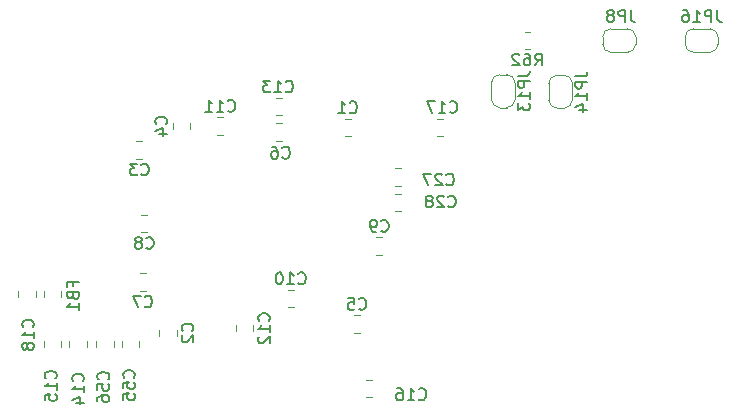
<source format=gbr>
%TF.GenerationSoftware,KiCad,Pcbnew,7.0.2*%
%TF.CreationDate,2023-08-01T13:01:46+02:00*%
%TF.ProjectId,jv_thesis,6a765f74-6865-4736-9973-2e6b69636164,rev?*%
%TF.SameCoordinates,Original*%
%TF.FileFunction,Legend,Bot*%
%TF.FilePolarity,Positive*%
%FSLAX46Y46*%
G04 Gerber Fmt 4.6, Leading zero omitted, Abs format (unit mm)*
G04 Created by KiCad (PCBNEW 7.0.2) date 2023-08-01 13:01:46*
%MOMM*%
%LPD*%
G01*
G04 APERTURE LIST*
%ADD10C,0.150000*%
%ADD11C,0.120000*%
G04 APERTURE END LIST*
D10*
%TO.C,JP13*%
X177602919Y-93767676D02*
X178317204Y-93767676D01*
X178317204Y-93767676D02*
X178460061Y-93720057D01*
X178460061Y-93720057D02*
X178555300Y-93624819D01*
X178555300Y-93624819D02*
X178602919Y-93481962D01*
X178602919Y-93481962D02*
X178602919Y-93386724D01*
X178602919Y-94243867D02*
X177602919Y-94243867D01*
X177602919Y-94243867D02*
X177602919Y-94624819D01*
X177602919Y-94624819D02*
X177650538Y-94720057D01*
X177650538Y-94720057D02*
X177698157Y-94767676D01*
X177698157Y-94767676D02*
X177793395Y-94815295D01*
X177793395Y-94815295D02*
X177936252Y-94815295D01*
X177936252Y-94815295D02*
X178031490Y-94767676D01*
X178031490Y-94767676D02*
X178079109Y-94720057D01*
X178079109Y-94720057D02*
X178126728Y-94624819D01*
X178126728Y-94624819D02*
X178126728Y-94243867D01*
X178602919Y-95767676D02*
X178602919Y-95196248D01*
X178602919Y-95481962D02*
X177602919Y-95481962D01*
X177602919Y-95481962D02*
X177745776Y-95386724D01*
X177745776Y-95386724D02*
X177841014Y-95291486D01*
X177841014Y-95291486D02*
X177888633Y-95196248D01*
X177602919Y-96101010D02*
X177602919Y-96720057D01*
X177602919Y-96720057D02*
X177983871Y-96386724D01*
X177983871Y-96386724D02*
X177983871Y-96529581D01*
X177983871Y-96529581D02*
X178031490Y-96624819D01*
X178031490Y-96624819D02*
X178079109Y-96672438D01*
X178079109Y-96672438D02*
X178174347Y-96720057D01*
X178174347Y-96720057D02*
X178412442Y-96720057D01*
X178412442Y-96720057D02*
X178507680Y-96672438D01*
X178507680Y-96672438D02*
X178555300Y-96624819D01*
X178555300Y-96624819D02*
X178602919Y-96529581D01*
X178602919Y-96529581D02*
X178602919Y-96243867D01*
X178602919Y-96243867D02*
X178555300Y-96148629D01*
X178555300Y-96148629D02*
X178507680Y-96101010D01*
%TO.C,JP8*%
X187135033Y-88225619D02*
X187135033Y-88939904D01*
X187135033Y-88939904D02*
X187182652Y-89082761D01*
X187182652Y-89082761D02*
X187277890Y-89178000D01*
X187277890Y-89178000D02*
X187420747Y-89225619D01*
X187420747Y-89225619D02*
X187515985Y-89225619D01*
X186658842Y-89225619D02*
X186658842Y-88225619D01*
X186658842Y-88225619D02*
X186277890Y-88225619D01*
X186277890Y-88225619D02*
X186182652Y-88273238D01*
X186182652Y-88273238D02*
X186135033Y-88320857D01*
X186135033Y-88320857D02*
X186087414Y-88416095D01*
X186087414Y-88416095D02*
X186087414Y-88558952D01*
X186087414Y-88558952D02*
X186135033Y-88654190D01*
X186135033Y-88654190D02*
X186182652Y-88701809D01*
X186182652Y-88701809D02*
X186277890Y-88749428D01*
X186277890Y-88749428D02*
X186658842Y-88749428D01*
X185515985Y-88654190D02*
X185611223Y-88606571D01*
X185611223Y-88606571D02*
X185658842Y-88558952D01*
X185658842Y-88558952D02*
X185706461Y-88463714D01*
X185706461Y-88463714D02*
X185706461Y-88416095D01*
X185706461Y-88416095D02*
X185658842Y-88320857D01*
X185658842Y-88320857D02*
X185611223Y-88273238D01*
X185611223Y-88273238D02*
X185515985Y-88225619D01*
X185515985Y-88225619D02*
X185325509Y-88225619D01*
X185325509Y-88225619D02*
X185230271Y-88273238D01*
X185230271Y-88273238D02*
X185182652Y-88320857D01*
X185182652Y-88320857D02*
X185135033Y-88416095D01*
X185135033Y-88416095D02*
X185135033Y-88463714D01*
X185135033Y-88463714D02*
X185182652Y-88558952D01*
X185182652Y-88558952D02*
X185230271Y-88606571D01*
X185230271Y-88606571D02*
X185325509Y-88654190D01*
X185325509Y-88654190D02*
X185515985Y-88654190D01*
X185515985Y-88654190D02*
X185611223Y-88701809D01*
X185611223Y-88701809D02*
X185658842Y-88749428D01*
X185658842Y-88749428D02*
X185706461Y-88844666D01*
X185706461Y-88844666D02*
X185706461Y-89035142D01*
X185706461Y-89035142D02*
X185658842Y-89130380D01*
X185658842Y-89130380D02*
X185611223Y-89178000D01*
X185611223Y-89178000D02*
X185515985Y-89225619D01*
X185515985Y-89225619D02*
X185325509Y-89225619D01*
X185325509Y-89225619D02*
X185230271Y-89178000D01*
X185230271Y-89178000D02*
X185182652Y-89130380D01*
X185182652Y-89130380D02*
X185135033Y-89035142D01*
X185135033Y-89035142D02*
X185135033Y-88844666D01*
X185135033Y-88844666D02*
X185182652Y-88749428D01*
X185182652Y-88749428D02*
X185230271Y-88701809D01*
X185230271Y-88701809D02*
X185325509Y-88654190D01*
%TO.C,C8*%
X146111166Y-108346380D02*
X146158785Y-108394000D01*
X146158785Y-108394000D02*
X146301642Y-108441619D01*
X146301642Y-108441619D02*
X146396880Y-108441619D01*
X146396880Y-108441619D02*
X146539737Y-108394000D01*
X146539737Y-108394000D02*
X146634975Y-108298761D01*
X146634975Y-108298761D02*
X146682594Y-108203523D01*
X146682594Y-108203523D02*
X146730213Y-108013047D01*
X146730213Y-108013047D02*
X146730213Y-107870190D01*
X146730213Y-107870190D02*
X146682594Y-107679714D01*
X146682594Y-107679714D02*
X146634975Y-107584476D01*
X146634975Y-107584476D02*
X146539737Y-107489238D01*
X146539737Y-107489238D02*
X146396880Y-107441619D01*
X146396880Y-107441619D02*
X146301642Y-107441619D01*
X146301642Y-107441619D02*
X146158785Y-107489238D01*
X146158785Y-107489238D02*
X146111166Y-107536857D01*
X145539737Y-107870190D02*
X145634975Y-107822571D01*
X145634975Y-107822571D02*
X145682594Y-107774952D01*
X145682594Y-107774952D02*
X145730213Y-107679714D01*
X145730213Y-107679714D02*
X145730213Y-107632095D01*
X145730213Y-107632095D02*
X145682594Y-107536857D01*
X145682594Y-107536857D02*
X145634975Y-107489238D01*
X145634975Y-107489238D02*
X145539737Y-107441619D01*
X145539737Y-107441619D02*
X145349261Y-107441619D01*
X145349261Y-107441619D02*
X145254023Y-107489238D01*
X145254023Y-107489238D02*
X145206404Y-107536857D01*
X145206404Y-107536857D02*
X145158785Y-107632095D01*
X145158785Y-107632095D02*
X145158785Y-107679714D01*
X145158785Y-107679714D02*
X145206404Y-107774952D01*
X145206404Y-107774952D02*
X145254023Y-107822571D01*
X145254023Y-107822571D02*
X145349261Y-107870190D01*
X145349261Y-107870190D02*
X145539737Y-107870190D01*
X145539737Y-107870190D02*
X145634975Y-107917809D01*
X145634975Y-107917809D02*
X145682594Y-107965428D01*
X145682594Y-107965428D02*
X145730213Y-108060666D01*
X145730213Y-108060666D02*
X145730213Y-108251142D01*
X145730213Y-108251142D02*
X145682594Y-108346380D01*
X145682594Y-108346380D02*
X145634975Y-108394000D01*
X145634975Y-108394000D02*
X145539737Y-108441619D01*
X145539737Y-108441619D02*
X145349261Y-108441619D01*
X145349261Y-108441619D02*
X145254023Y-108394000D01*
X145254023Y-108394000D02*
X145206404Y-108346380D01*
X145206404Y-108346380D02*
X145158785Y-108251142D01*
X145158785Y-108251142D02*
X145158785Y-108060666D01*
X145158785Y-108060666D02*
X145206404Y-107965428D01*
X145206404Y-107965428D02*
X145254023Y-107917809D01*
X145254023Y-107917809D02*
X145349261Y-107870190D01*
%TO.C,C5*%
X164123666Y-113495380D02*
X164171285Y-113543000D01*
X164171285Y-113543000D02*
X164314142Y-113590619D01*
X164314142Y-113590619D02*
X164409380Y-113590619D01*
X164409380Y-113590619D02*
X164552237Y-113543000D01*
X164552237Y-113543000D02*
X164647475Y-113447761D01*
X164647475Y-113447761D02*
X164695094Y-113352523D01*
X164695094Y-113352523D02*
X164742713Y-113162047D01*
X164742713Y-113162047D02*
X164742713Y-113019190D01*
X164742713Y-113019190D02*
X164695094Y-112828714D01*
X164695094Y-112828714D02*
X164647475Y-112733476D01*
X164647475Y-112733476D02*
X164552237Y-112638238D01*
X164552237Y-112638238D02*
X164409380Y-112590619D01*
X164409380Y-112590619D02*
X164314142Y-112590619D01*
X164314142Y-112590619D02*
X164171285Y-112638238D01*
X164171285Y-112638238D02*
X164123666Y-112685857D01*
X163218904Y-112590619D02*
X163695094Y-112590619D01*
X163695094Y-112590619D02*
X163742713Y-113066809D01*
X163742713Y-113066809D02*
X163695094Y-113019190D01*
X163695094Y-113019190D02*
X163599856Y-112971571D01*
X163599856Y-112971571D02*
X163361761Y-112971571D01*
X163361761Y-112971571D02*
X163266523Y-113019190D01*
X163266523Y-113019190D02*
X163218904Y-113066809D01*
X163218904Y-113066809D02*
X163171285Y-113162047D01*
X163171285Y-113162047D02*
X163171285Y-113400142D01*
X163171285Y-113400142D02*
X163218904Y-113495380D01*
X163218904Y-113495380D02*
X163266523Y-113543000D01*
X163266523Y-113543000D02*
X163361761Y-113590619D01*
X163361761Y-113590619D02*
X163599856Y-113590619D01*
X163599856Y-113590619D02*
X163695094Y-113543000D01*
X163695094Y-113543000D02*
X163742713Y-113495380D01*
%TO.C,C11*%
X153021357Y-96731380D02*
X153068976Y-96779000D01*
X153068976Y-96779000D02*
X153211833Y-96826619D01*
X153211833Y-96826619D02*
X153307071Y-96826619D01*
X153307071Y-96826619D02*
X153449928Y-96779000D01*
X153449928Y-96779000D02*
X153545166Y-96683761D01*
X153545166Y-96683761D02*
X153592785Y-96588523D01*
X153592785Y-96588523D02*
X153640404Y-96398047D01*
X153640404Y-96398047D02*
X153640404Y-96255190D01*
X153640404Y-96255190D02*
X153592785Y-96064714D01*
X153592785Y-96064714D02*
X153545166Y-95969476D01*
X153545166Y-95969476D02*
X153449928Y-95874238D01*
X153449928Y-95874238D02*
X153307071Y-95826619D01*
X153307071Y-95826619D02*
X153211833Y-95826619D01*
X153211833Y-95826619D02*
X153068976Y-95874238D01*
X153068976Y-95874238D02*
X153021357Y-95921857D01*
X152068976Y-96826619D02*
X152640404Y-96826619D01*
X152354690Y-96826619D02*
X152354690Y-95826619D01*
X152354690Y-95826619D02*
X152449928Y-95969476D01*
X152449928Y-95969476D02*
X152545166Y-96064714D01*
X152545166Y-96064714D02*
X152640404Y-96112333D01*
X151116595Y-96826619D02*
X151688023Y-96826619D01*
X151402309Y-96826619D02*
X151402309Y-95826619D01*
X151402309Y-95826619D02*
X151497547Y-95969476D01*
X151497547Y-95969476D02*
X151592785Y-96064714D01*
X151592785Y-96064714D02*
X151688023Y-96112333D01*
%TO.C,C2*%
X150002380Y-115381833D02*
X150050000Y-115334214D01*
X150050000Y-115334214D02*
X150097619Y-115191357D01*
X150097619Y-115191357D02*
X150097619Y-115096119D01*
X150097619Y-115096119D02*
X150050000Y-114953262D01*
X150050000Y-114953262D02*
X149954761Y-114858024D01*
X149954761Y-114858024D02*
X149859523Y-114810405D01*
X149859523Y-114810405D02*
X149669047Y-114762786D01*
X149669047Y-114762786D02*
X149526190Y-114762786D01*
X149526190Y-114762786D02*
X149335714Y-114810405D01*
X149335714Y-114810405D02*
X149240476Y-114858024D01*
X149240476Y-114858024D02*
X149145238Y-114953262D01*
X149145238Y-114953262D02*
X149097619Y-115096119D01*
X149097619Y-115096119D02*
X149097619Y-115191357D01*
X149097619Y-115191357D02*
X149145238Y-115334214D01*
X149145238Y-115334214D02*
X149192857Y-115381833D01*
X149192857Y-115762786D02*
X149145238Y-115810405D01*
X149145238Y-115810405D02*
X149097619Y-115905643D01*
X149097619Y-115905643D02*
X149097619Y-116143738D01*
X149097619Y-116143738D02*
X149145238Y-116238976D01*
X149145238Y-116238976D02*
X149192857Y-116286595D01*
X149192857Y-116286595D02*
X149288095Y-116334214D01*
X149288095Y-116334214D02*
X149383333Y-116334214D01*
X149383333Y-116334214D02*
X149526190Y-116286595D01*
X149526190Y-116286595D02*
X150097619Y-115715167D01*
X150097619Y-115715167D02*
X150097619Y-116334214D01*
%TO.C,C13*%
X157906857Y-95090380D02*
X157954476Y-95138000D01*
X157954476Y-95138000D02*
X158097333Y-95185619D01*
X158097333Y-95185619D02*
X158192571Y-95185619D01*
X158192571Y-95185619D02*
X158335428Y-95138000D01*
X158335428Y-95138000D02*
X158430666Y-95042761D01*
X158430666Y-95042761D02*
X158478285Y-94947523D01*
X158478285Y-94947523D02*
X158525904Y-94757047D01*
X158525904Y-94757047D02*
X158525904Y-94614190D01*
X158525904Y-94614190D02*
X158478285Y-94423714D01*
X158478285Y-94423714D02*
X158430666Y-94328476D01*
X158430666Y-94328476D02*
X158335428Y-94233238D01*
X158335428Y-94233238D02*
X158192571Y-94185619D01*
X158192571Y-94185619D02*
X158097333Y-94185619D01*
X158097333Y-94185619D02*
X157954476Y-94233238D01*
X157954476Y-94233238D02*
X157906857Y-94280857D01*
X156954476Y-95185619D02*
X157525904Y-95185619D01*
X157240190Y-95185619D02*
X157240190Y-94185619D01*
X157240190Y-94185619D02*
X157335428Y-94328476D01*
X157335428Y-94328476D02*
X157430666Y-94423714D01*
X157430666Y-94423714D02*
X157525904Y-94471333D01*
X156621142Y-94185619D02*
X156002095Y-94185619D01*
X156002095Y-94185619D02*
X156335428Y-94566571D01*
X156335428Y-94566571D02*
X156192571Y-94566571D01*
X156192571Y-94566571D02*
X156097333Y-94614190D01*
X156097333Y-94614190D02*
X156049714Y-94661809D01*
X156049714Y-94661809D02*
X156002095Y-94757047D01*
X156002095Y-94757047D02*
X156002095Y-94995142D01*
X156002095Y-94995142D02*
X156049714Y-95090380D01*
X156049714Y-95090380D02*
X156097333Y-95138000D01*
X156097333Y-95138000D02*
X156192571Y-95185619D01*
X156192571Y-95185619D02*
X156478285Y-95185619D01*
X156478285Y-95185619D02*
X156573523Y-95138000D01*
X156573523Y-95138000D02*
X156621142Y-95090380D01*
%TO.C,C9*%
X166007166Y-106891380D02*
X166054785Y-106939000D01*
X166054785Y-106939000D02*
X166197642Y-106986619D01*
X166197642Y-106986619D02*
X166292880Y-106986619D01*
X166292880Y-106986619D02*
X166435737Y-106939000D01*
X166435737Y-106939000D02*
X166530975Y-106843761D01*
X166530975Y-106843761D02*
X166578594Y-106748523D01*
X166578594Y-106748523D02*
X166626213Y-106558047D01*
X166626213Y-106558047D02*
X166626213Y-106415190D01*
X166626213Y-106415190D02*
X166578594Y-106224714D01*
X166578594Y-106224714D02*
X166530975Y-106129476D01*
X166530975Y-106129476D02*
X166435737Y-106034238D01*
X166435737Y-106034238D02*
X166292880Y-105986619D01*
X166292880Y-105986619D02*
X166197642Y-105986619D01*
X166197642Y-105986619D02*
X166054785Y-106034238D01*
X166054785Y-106034238D02*
X166007166Y-106081857D01*
X165530975Y-106986619D02*
X165340499Y-106986619D01*
X165340499Y-106986619D02*
X165245261Y-106939000D01*
X165245261Y-106939000D02*
X165197642Y-106891380D01*
X165197642Y-106891380D02*
X165102404Y-106748523D01*
X165102404Y-106748523D02*
X165054785Y-106558047D01*
X165054785Y-106558047D02*
X165054785Y-106177095D01*
X165054785Y-106177095D02*
X165102404Y-106081857D01*
X165102404Y-106081857D02*
X165150023Y-106034238D01*
X165150023Y-106034238D02*
X165245261Y-105986619D01*
X165245261Y-105986619D02*
X165435737Y-105986619D01*
X165435737Y-105986619D02*
X165530975Y-106034238D01*
X165530975Y-106034238D02*
X165578594Y-106081857D01*
X165578594Y-106081857D02*
X165626213Y-106177095D01*
X165626213Y-106177095D02*
X165626213Y-106415190D01*
X165626213Y-106415190D02*
X165578594Y-106510428D01*
X165578594Y-106510428D02*
X165530975Y-106558047D01*
X165530975Y-106558047D02*
X165435737Y-106605666D01*
X165435737Y-106605666D02*
X165245261Y-106605666D01*
X165245261Y-106605666D02*
X165150023Y-106558047D01*
X165150023Y-106558047D02*
X165102404Y-106510428D01*
X165102404Y-106510428D02*
X165054785Y-106415190D01*
%TO.C,C27*%
X171529157Y-102977180D02*
X171576776Y-103024800D01*
X171576776Y-103024800D02*
X171719633Y-103072419D01*
X171719633Y-103072419D02*
X171814871Y-103072419D01*
X171814871Y-103072419D02*
X171957728Y-103024800D01*
X171957728Y-103024800D02*
X172052966Y-102929561D01*
X172052966Y-102929561D02*
X172100585Y-102834323D01*
X172100585Y-102834323D02*
X172148204Y-102643847D01*
X172148204Y-102643847D02*
X172148204Y-102500990D01*
X172148204Y-102500990D02*
X172100585Y-102310514D01*
X172100585Y-102310514D02*
X172052966Y-102215276D01*
X172052966Y-102215276D02*
X171957728Y-102120038D01*
X171957728Y-102120038D02*
X171814871Y-102072419D01*
X171814871Y-102072419D02*
X171719633Y-102072419D01*
X171719633Y-102072419D02*
X171576776Y-102120038D01*
X171576776Y-102120038D02*
X171529157Y-102167657D01*
X171148204Y-102167657D02*
X171100585Y-102120038D01*
X171100585Y-102120038D02*
X171005347Y-102072419D01*
X171005347Y-102072419D02*
X170767252Y-102072419D01*
X170767252Y-102072419D02*
X170672014Y-102120038D01*
X170672014Y-102120038D02*
X170624395Y-102167657D01*
X170624395Y-102167657D02*
X170576776Y-102262895D01*
X170576776Y-102262895D02*
X170576776Y-102358133D01*
X170576776Y-102358133D02*
X170624395Y-102500990D01*
X170624395Y-102500990D02*
X171195823Y-103072419D01*
X171195823Y-103072419D02*
X170576776Y-103072419D01*
X170243442Y-102072419D02*
X169576776Y-102072419D01*
X169576776Y-102072419D02*
X170005347Y-103072419D01*
%TO.C,C17*%
X171819057Y-96827780D02*
X171866676Y-96875400D01*
X171866676Y-96875400D02*
X172009533Y-96923019D01*
X172009533Y-96923019D02*
X172104771Y-96923019D01*
X172104771Y-96923019D02*
X172247628Y-96875400D01*
X172247628Y-96875400D02*
X172342866Y-96780161D01*
X172342866Y-96780161D02*
X172390485Y-96684923D01*
X172390485Y-96684923D02*
X172438104Y-96494447D01*
X172438104Y-96494447D02*
X172438104Y-96351590D01*
X172438104Y-96351590D02*
X172390485Y-96161114D01*
X172390485Y-96161114D02*
X172342866Y-96065876D01*
X172342866Y-96065876D02*
X172247628Y-95970638D01*
X172247628Y-95970638D02*
X172104771Y-95923019D01*
X172104771Y-95923019D02*
X172009533Y-95923019D01*
X172009533Y-95923019D02*
X171866676Y-95970638D01*
X171866676Y-95970638D02*
X171819057Y-96018257D01*
X170866676Y-96923019D02*
X171438104Y-96923019D01*
X171152390Y-96923019D02*
X171152390Y-95923019D01*
X171152390Y-95923019D02*
X171247628Y-96065876D01*
X171247628Y-96065876D02*
X171342866Y-96161114D01*
X171342866Y-96161114D02*
X171438104Y-96208733D01*
X170533342Y-95923019D02*
X169866676Y-95923019D01*
X169866676Y-95923019D02*
X170295247Y-96923019D01*
%TO.C,JP16*%
X194439223Y-88225619D02*
X194439223Y-88939904D01*
X194439223Y-88939904D02*
X194486842Y-89082761D01*
X194486842Y-89082761D02*
X194582080Y-89178000D01*
X194582080Y-89178000D02*
X194724937Y-89225619D01*
X194724937Y-89225619D02*
X194820175Y-89225619D01*
X193963032Y-89225619D02*
X193963032Y-88225619D01*
X193963032Y-88225619D02*
X193582080Y-88225619D01*
X193582080Y-88225619D02*
X193486842Y-88273238D01*
X193486842Y-88273238D02*
X193439223Y-88320857D01*
X193439223Y-88320857D02*
X193391604Y-88416095D01*
X193391604Y-88416095D02*
X193391604Y-88558952D01*
X193391604Y-88558952D02*
X193439223Y-88654190D01*
X193439223Y-88654190D02*
X193486842Y-88701809D01*
X193486842Y-88701809D02*
X193582080Y-88749428D01*
X193582080Y-88749428D02*
X193963032Y-88749428D01*
X192439223Y-89225619D02*
X193010651Y-89225619D01*
X192724937Y-89225619D02*
X192724937Y-88225619D01*
X192724937Y-88225619D02*
X192820175Y-88368476D01*
X192820175Y-88368476D02*
X192915413Y-88463714D01*
X192915413Y-88463714D02*
X193010651Y-88511333D01*
X191582080Y-88225619D02*
X191772556Y-88225619D01*
X191772556Y-88225619D02*
X191867794Y-88273238D01*
X191867794Y-88273238D02*
X191915413Y-88320857D01*
X191915413Y-88320857D02*
X192010651Y-88463714D01*
X192010651Y-88463714D02*
X192058270Y-88654190D01*
X192058270Y-88654190D02*
X192058270Y-89035142D01*
X192058270Y-89035142D02*
X192010651Y-89130380D01*
X192010651Y-89130380D02*
X191963032Y-89178000D01*
X191963032Y-89178000D02*
X191867794Y-89225619D01*
X191867794Y-89225619D02*
X191677318Y-89225619D01*
X191677318Y-89225619D02*
X191582080Y-89178000D01*
X191582080Y-89178000D02*
X191534461Y-89130380D01*
X191534461Y-89130380D02*
X191486842Y-89035142D01*
X191486842Y-89035142D02*
X191486842Y-88797047D01*
X191486842Y-88797047D02*
X191534461Y-88701809D01*
X191534461Y-88701809D02*
X191582080Y-88654190D01*
X191582080Y-88654190D02*
X191677318Y-88606571D01*
X191677318Y-88606571D02*
X191867794Y-88606571D01*
X191867794Y-88606571D02*
X191963032Y-88654190D01*
X191963032Y-88654190D02*
X192010651Y-88701809D01*
X192010651Y-88701809D02*
X192058270Y-88797047D01*
%TO.C,FB1*%
X139892809Y-111561666D02*
X139892809Y-111228333D01*
X140416619Y-111228333D02*
X139416619Y-111228333D01*
X139416619Y-111228333D02*
X139416619Y-111704523D01*
X139892809Y-112418809D02*
X139940428Y-112561666D01*
X139940428Y-112561666D02*
X139988047Y-112609285D01*
X139988047Y-112609285D02*
X140083285Y-112656904D01*
X140083285Y-112656904D02*
X140226142Y-112656904D01*
X140226142Y-112656904D02*
X140321380Y-112609285D01*
X140321380Y-112609285D02*
X140369000Y-112561666D01*
X140369000Y-112561666D02*
X140416619Y-112466428D01*
X140416619Y-112466428D02*
X140416619Y-112085476D01*
X140416619Y-112085476D02*
X139416619Y-112085476D01*
X139416619Y-112085476D02*
X139416619Y-112418809D01*
X139416619Y-112418809D02*
X139464238Y-112514047D01*
X139464238Y-112514047D02*
X139511857Y-112561666D01*
X139511857Y-112561666D02*
X139607095Y-112609285D01*
X139607095Y-112609285D02*
X139702333Y-112609285D01*
X139702333Y-112609285D02*
X139797571Y-112561666D01*
X139797571Y-112561666D02*
X139845190Y-112514047D01*
X139845190Y-112514047D02*
X139892809Y-112418809D01*
X139892809Y-112418809D02*
X139892809Y-112085476D01*
X140416619Y-113609285D02*
X140416619Y-113037857D01*
X140416619Y-113323571D02*
X139416619Y-113323571D01*
X139416619Y-113323571D02*
X139559476Y-113228333D01*
X139559476Y-113228333D02*
X139654714Y-113133095D01*
X139654714Y-113133095D02*
X139702333Y-113037857D01*
%TO.C,C7*%
X145984166Y-113299380D02*
X146031785Y-113347000D01*
X146031785Y-113347000D02*
X146174642Y-113394619D01*
X146174642Y-113394619D02*
X146269880Y-113394619D01*
X146269880Y-113394619D02*
X146412737Y-113347000D01*
X146412737Y-113347000D02*
X146507975Y-113251761D01*
X146507975Y-113251761D02*
X146555594Y-113156523D01*
X146555594Y-113156523D02*
X146603213Y-112966047D01*
X146603213Y-112966047D02*
X146603213Y-112823190D01*
X146603213Y-112823190D02*
X146555594Y-112632714D01*
X146555594Y-112632714D02*
X146507975Y-112537476D01*
X146507975Y-112537476D02*
X146412737Y-112442238D01*
X146412737Y-112442238D02*
X146269880Y-112394619D01*
X146269880Y-112394619D02*
X146174642Y-112394619D01*
X146174642Y-112394619D02*
X146031785Y-112442238D01*
X146031785Y-112442238D02*
X145984166Y-112489857D01*
X145650832Y-112394619D02*
X144984166Y-112394619D01*
X144984166Y-112394619D02*
X145412737Y-113394619D01*
%TO.C,C6*%
X157646666Y-100697380D02*
X157694285Y-100745000D01*
X157694285Y-100745000D02*
X157837142Y-100792619D01*
X157837142Y-100792619D02*
X157932380Y-100792619D01*
X157932380Y-100792619D02*
X158075237Y-100745000D01*
X158075237Y-100745000D02*
X158170475Y-100649761D01*
X158170475Y-100649761D02*
X158218094Y-100554523D01*
X158218094Y-100554523D02*
X158265713Y-100364047D01*
X158265713Y-100364047D02*
X158265713Y-100221190D01*
X158265713Y-100221190D02*
X158218094Y-100030714D01*
X158218094Y-100030714D02*
X158170475Y-99935476D01*
X158170475Y-99935476D02*
X158075237Y-99840238D01*
X158075237Y-99840238D02*
X157932380Y-99792619D01*
X157932380Y-99792619D02*
X157837142Y-99792619D01*
X157837142Y-99792619D02*
X157694285Y-99840238D01*
X157694285Y-99840238D02*
X157646666Y-99887857D01*
X156789523Y-99792619D02*
X156979999Y-99792619D01*
X156979999Y-99792619D02*
X157075237Y-99840238D01*
X157075237Y-99840238D02*
X157122856Y-99887857D01*
X157122856Y-99887857D02*
X157218094Y-100030714D01*
X157218094Y-100030714D02*
X157265713Y-100221190D01*
X157265713Y-100221190D02*
X157265713Y-100602142D01*
X157265713Y-100602142D02*
X157218094Y-100697380D01*
X157218094Y-100697380D02*
X157170475Y-100745000D01*
X157170475Y-100745000D02*
X157075237Y-100792619D01*
X157075237Y-100792619D02*
X156884761Y-100792619D01*
X156884761Y-100792619D02*
X156789523Y-100745000D01*
X156789523Y-100745000D02*
X156741904Y-100697380D01*
X156741904Y-100697380D02*
X156694285Y-100602142D01*
X156694285Y-100602142D02*
X156694285Y-100364047D01*
X156694285Y-100364047D02*
X156741904Y-100268809D01*
X156741904Y-100268809D02*
X156789523Y-100221190D01*
X156789523Y-100221190D02*
X156884761Y-100173571D01*
X156884761Y-100173571D02*
X157075237Y-100173571D01*
X157075237Y-100173571D02*
X157170475Y-100221190D01*
X157170475Y-100221190D02*
X157218094Y-100268809D01*
X157218094Y-100268809D02*
X157265713Y-100364047D01*
%TO.C,C15*%
X138423380Y-119397642D02*
X138471000Y-119350023D01*
X138471000Y-119350023D02*
X138518619Y-119207166D01*
X138518619Y-119207166D02*
X138518619Y-119111928D01*
X138518619Y-119111928D02*
X138471000Y-118969071D01*
X138471000Y-118969071D02*
X138375761Y-118873833D01*
X138375761Y-118873833D02*
X138280523Y-118826214D01*
X138280523Y-118826214D02*
X138090047Y-118778595D01*
X138090047Y-118778595D02*
X137947190Y-118778595D01*
X137947190Y-118778595D02*
X137756714Y-118826214D01*
X137756714Y-118826214D02*
X137661476Y-118873833D01*
X137661476Y-118873833D02*
X137566238Y-118969071D01*
X137566238Y-118969071D02*
X137518619Y-119111928D01*
X137518619Y-119111928D02*
X137518619Y-119207166D01*
X137518619Y-119207166D02*
X137566238Y-119350023D01*
X137566238Y-119350023D02*
X137613857Y-119397642D01*
X138518619Y-120350023D02*
X138518619Y-119778595D01*
X138518619Y-120064309D02*
X137518619Y-120064309D01*
X137518619Y-120064309D02*
X137661476Y-119969071D01*
X137661476Y-119969071D02*
X137756714Y-119873833D01*
X137756714Y-119873833D02*
X137804333Y-119778595D01*
X137518619Y-121254785D02*
X137518619Y-120778595D01*
X137518619Y-120778595D02*
X137994809Y-120730976D01*
X137994809Y-120730976D02*
X137947190Y-120778595D01*
X137947190Y-120778595D02*
X137899571Y-120873833D01*
X137899571Y-120873833D02*
X137899571Y-121111928D01*
X137899571Y-121111928D02*
X137947190Y-121207166D01*
X137947190Y-121207166D02*
X137994809Y-121254785D01*
X137994809Y-121254785D02*
X138090047Y-121302404D01*
X138090047Y-121302404D02*
X138328142Y-121302404D01*
X138328142Y-121302404D02*
X138423380Y-121254785D01*
X138423380Y-121254785D02*
X138471000Y-121207166D01*
X138471000Y-121207166D02*
X138518619Y-121111928D01*
X138518619Y-121111928D02*
X138518619Y-120873833D01*
X138518619Y-120873833D02*
X138471000Y-120778595D01*
X138471000Y-120778595D02*
X138423380Y-120730976D01*
%TO.C,C28*%
X171684057Y-104830780D02*
X171731676Y-104878400D01*
X171731676Y-104878400D02*
X171874533Y-104926019D01*
X171874533Y-104926019D02*
X171969771Y-104926019D01*
X171969771Y-104926019D02*
X172112628Y-104878400D01*
X172112628Y-104878400D02*
X172207866Y-104783161D01*
X172207866Y-104783161D02*
X172255485Y-104687923D01*
X172255485Y-104687923D02*
X172303104Y-104497447D01*
X172303104Y-104497447D02*
X172303104Y-104354590D01*
X172303104Y-104354590D02*
X172255485Y-104164114D01*
X172255485Y-104164114D02*
X172207866Y-104068876D01*
X172207866Y-104068876D02*
X172112628Y-103973638D01*
X172112628Y-103973638D02*
X171969771Y-103926019D01*
X171969771Y-103926019D02*
X171874533Y-103926019D01*
X171874533Y-103926019D02*
X171731676Y-103973638D01*
X171731676Y-103973638D02*
X171684057Y-104021257D01*
X171303104Y-104021257D02*
X171255485Y-103973638D01*
X171255485Y-103973638D02*
X171160247Y-103926019D01*
X171160247Y-103926019D02*
X170922152Y-103926019D01*
X170922152Y-103926019D02*
X170826914Y-103973638D01*
X170826914Y-103973638D02*
X170779295Y-104021257D01*
X170779295Y-104021257D02*
X170731676Y-104116495D01*
X170731676Y-104116495D02*
X170731676Y-104211733D01*
X170731676Y-104211733D02*
X170779295Y-104354590D01*
X170779295Y-104354590D02*
X171350723Y-104926019D01*
X171350723Y-104926019D02*
X170731676Y-104926019D01*
X170160247Y-104354590D02*
X170255485Y-104306971D01*
X170255485Y-104306971D02*
X170303104Y-104259352D01*
X170303104Y-104259352D02*
X170350723Y-104164114D01*
X170350723Y-104164114D02*
X170350723Y-104116495D01*
X170350723Y-104116495D02*
X170303104Y-104021257D01*
X170303104Y-104021257D02*
X170255485Y-103973638D01*
X170255485Y-103973638D02*
X170160247Y-103926019D01*
X170160247Y-103926019D02*
X169969771Y-103926019D01*
X169969771Y-103926019D02*
X169874533Y-103973638D01*
X169874533Y-103973638D02*
X169826914Y-104021257D01*
X169826914Y-104021257D02*
X169779295Y-104116495D01*
X169779295Y-104116495D02*
X169779295Y-104164114D01*
X169779295Y-104164114D02*
X169826914Y-104259352D01*
X169826914Y-104259352D02*
X169874533Y-104306971D01*
X169874533Y-104306971D02*
X169969771Y-104354590D01*
X169969771Y-104354590D02*
X170160247Y-104354590D01*
X170160247Y-104354590D02*
X170255485Y-104402209D01*
X170255485Y-104402209D02*
X170303104Y-104449828D01*
X170303104Y-104449828D02*
X170350723Y-104545066D01*
X170350723Y-104545066D02*
X170350723Y-104735542D01*
X170350723Y-104735542D02*
X170303104Y-104830780D01*
X170303104Y-104830780D02*
X170255485Y-104878400D01*
X170255485Y-104878400D02*
X170160247Y-104926019D01*
X170160247Y-104926019D02*
X169969771Y-104926019D01*
X169969771Y-104926019D02*
X169874533Y-104878400D01*
X169874533Y-104878400D02*
X169826914Y-104830780D01*
X169826914Y-104830780D02*
X169779295Y-104735542D01*
X169779295Y-104735542D02*
X169779295Y-104545066D01*
X169779295Y-104545066D02*
X169826914Y-104449828D01*
X169826914Y-104449828D02*
X169874533Y-104402209D01*
X169874533Y-104402209D02*
X169969771Y-104354590D01*
%TO.C,C16*%
X169193357Y-121144380D02*
X169240976Y-121192000D01*
X169240976Y-121192000D02*
X169383833Y-121239619D01*
X169383833Y-121239619D02*
X169479071Y-121239619D01*
X169479071Y-121239619D02*
X169621928Y-121192000D01*
X169621928Y-121192000D02*
X169717166Y-121096761D01*
X169717166Y-121096761D02*
X169764785Y-121001523D01*
X169764785Y-121001523D02*
X169812404Y-120811047D01*
X169812404Y-120811047D02*
X169812404Y-120668190D01*
X169812404Y-120668190D02*
X169764785Y-120477714D01*
X169764785Y-120477714D02*
X169717166Y-120382476D01*
X169717166Y-120382476D02*
X169621928Y-120287238D01*
X169621928Y-120287238D02*
X169479071Y-120239619D01*
X169479071Y-120239619D02*
X169383833Y-120239619D01*
X169383833Y-120239619D02*
X169240976Y-120287238D01*
X169240976Y-120287238D02*
X169193357Y-120334857D01*
X168240976Y-121239619D02*
X168812404Y-121239619D01*
X168526690Y-121239619D02*
X168526690Y-120239619D01*
X168526690Y-120239619D02*
X168621928Y-120382476D01*
X168621928Y-120382476D02*
X168717166Y-120477714D01*
X168717166Y-120477714D02*
X168812404Y-120525333D01*
X167383833Y-120239619D02*
X167574309Y-120239619D01*
X167574309Y-120239619D02*
X167669547Y-120287238D01*
X167669547Y-120287238D02*
X167717166Y-120334857D01*
X167717166Y-120334857D02*
X167812404Y-120477714D01*
X167812404Y-120477714D02*
X167860023Y-120668190D01*
X167860023Y-120668190D02*
X167860023Y-121049142D01*
X167860023Y-121049142D02*
X167812404Y-121144380D01*
X167812404Y-121144380D02*
X167764785Y-121192000D01*
X167764785Y-121192000D02*
X167669547Y-121239619D01*
X167669547Y-121239619D02*
X167479071Y-121239619D01*
X167479071Y-121239619D02*
X167383833Y-121192000D01*
X167383833Y-121192000D02*
X167336214Y-121144380D01*
X167336214Y-121144380D02*
X167288595Y-121049142D01*
X167288595Y-121049142D02*
X167288595Y-120811047D01*
X167288595Y-120811047D02*
X167336214Y-120715809D01*
X167336214Y-120715809D02*
X167383833Y-120668190D01*
X167383833Y-120668190D02*
X167479071Y-120620571D01*
X167479071Y-120620571D02*
X167669547Y-120620571D01*
X167669547Y-120620571D02*
X167764785Y-120668190D01*
X167764785Y-120668190D02*
X167812404Y-120715809D01*
X167812404Y-120715809D02*
X167860023Y-120811047D01*
%TO.C,C12*%
X156479380Y-114524642D02*
X156527000Y-114477023D01*
X156527000Y-114477023D02*
X156574619Y-114334166D01*
X156574619Y-114334166D02*
X156574619Y-114238928D01*
X156574619Y-114238928D02*
X156527000Y-114096071D01*
X156527000Y-114096071D02*
X156431761Y-114000833D01*
X156431761Y-114000833D02*
X156336523Y-113953214D01*
X156336523Y-113953214D02*
X156146047Y-113905595D01*
X156146047Y-113905595D02*
X156003190Y-113905595D01*
X156003190Y-113905595D02*
X155812714Y-113953214D01*
X155812714Y-113953214D02*
X155717476Y-114000833D01*
X155717476Y-114000833D02*
X155622238Y-114096071D01*
X155622238Y-114096071D02*
X155574619Y-114238928D01*
X155574619Y-114238928D02*
X155574619Y-114334166D01*
X155574619Y-114334166D02*
X155622238Y-114477023D01*
X155622238Y-114477023D02*
X155669857Y-114524642D01*
X156574619Y-115477023D02*
X156574619Y-114905595D01*
X156574619Y-115191309D02*
X155574619Y-115191309D01*
X155574619Y-115191309D02*
X155717476Y-115096071D01*
X155717476Y-115096071D02*
X155812714Y-115000833D01*
X155812714Y-115000833D02*
X155860333Y-114905595D01*
X155669857Y-115857976D02*
X155622238Y-115905595D01*
X155622238Y-115905595D02*
X155574619Y-116000833D01*
X155574619Y-116000833D02*
X155574619Y-116238928D01*
X155574619Y-116238928D02*
X155622238Y-116334166D01*
X155622238Y-116334166D02*
X155669857Y-116381785D01*
X155669857Y-116381785D02*
X155765095Y-116429404D01*
X155765095Y-116429404D02*
X155860333Y-116429404D01*
X155860333Y-116429404D02*
X156003190Y-116381785D01*
X156003190Y-116381785D02*
X156574619Y-115810357D01*
X156574619Y-115810357D02*
X156574619Y-116429404D01*
%TO.C,C18*%
X136511380Y-115054142D02*
X136559000Y-115006523D01*
X136559000Y-115006523D02*
X136606619Y-114863666D01*
X136606619Y-114863666D02*
X136606619Y-114768428D01*
X136606619Y-114768428D02*
X136559000Y-114625571D01*
X136559000Y-114625571D02*
X136463761Y-114530333D01*
X136463761Y-114530333D02*
X136368523Y-114482714D01*
X136368523Y-114482714D02*
X136178047Y-114435095D01*
X136178047Y-114435095D02*
X136035190Y-114435095D01*
X136035190Y-114435095D02*
X135844714Y-114482714D01*
X135844714Y-114482714D02*
X135749476Y-114530333D01*
X135749476Y-114530333D02*
X135654238Y-114625571D01*
X135654238Y-114625571D02*
X135606619Y-114768428D01*
X135606619Y-114768428D02*
X135606619Y-114863666D01*
X135606619Y-114863666D02*
X135654238Y-115006523D01*
X135654238Y-115006523D02*
X135701857Y-115054142D01*
X136606619Y-116006523D02*
X136606619Y-115435095D01*
X136606619Y-115720809D02*
X135606619Y-115720809D01*
X135606619Y-115720809D02*
X135749476Y-115625571D01*
X135749476Y-115625571D02*
X135844714Y-115530333D01*
X135844714Y-115530333D02*
X135892333Y-115435095D01*
X136035190Y-116577952D02*
X135987571Y-116482714D01*
X135987571Y-116482714D02*
X135939952Y-116435095D01*
X135939952Y-116435095D02*
X135844714Y-116387476D01*
X135844714Y-116387476D02*
X135797095Y-116387476D01*
X135797095Y-116387476D02*
X135701857Y-116435095D01*
X135701857Y-116435095D02*
X135654238Y-116482714D01*
X135654238Y-116482714D02*
X135606619Y-116577952D01*
X135606619Y-116577952D02*
X135606619Y-116768428D01*
X135606619Y-116768428D02*
X135654238Y-116863666D01*
X135654238Y-116863666D02*
X135701857Y-116911285D01*
X135701857Y-116911285D02*
X135797095Y-116958904D01*
X135797095Y-116958904D02*
X135844714Y-116958904D01*
X135844714Y-116958904D02*
X135939952Y-116911285D01*
X135939952Y-116911285D02*
X135987571Y-116863666D01*
X135987571Y-116863666D02*
X136035190Y-116768428D01*
X136035190Y-116768428D02*
X136035190Y-116577952D01*
X136035190Y-116577952D02*
X136082809Y-116482714D01*
X136082809Y-116482714D02*
X136130428Y-116435095D01*
X136130428Y-116435095D02*
X136225666Y-116387476D01*
X136225666Y-116387476D02*
X136416142Y-116387476D01*
X136416142Y-116387476D02*
X136511380Y-116435095D01*
X136511380Y-116435095D02*
X136559000Y-116482714D01*
X136559000Y-116482714D02*
X136606619Y-116577952D01*
X136606619Y-116577952D02*
X136606619Y-116768428D01*
X136606619Y-116768428D02*
X136559000Y-116863666D01*
X136559000Y-116863666D02*
X136511380Y-116911285D01*
X136511380Y-116911285D02*
X136416142Y-116958904D01*
X136416142Y-116958904D02*
X136225666Y-116958904D01*
X136225666Y-116958904D02*
X136130428Y-116911285D01*
X136130428Y-116911285D02*
X136082809Y-116863666D01*
X136082809Y-116863666D02*
X136035190Y-116768428D01*
%TO.C,C10*%
X158990357Y-111336380D02*
X159037976Y-111384000D01*
X159037976Y-111384000D02*
X159180833Y-111431619D01*
X159180833Y-111431619D02*
X159276071Y-111431619D01*
X159276071Y-111431619D02*
X159418928Y-111384000D01*
X159418928Y-111384000D02*
X159514166Y-111288761D01*
X159514166Y-111288761D02*
X159561785Y-111193523D01*
X159561785Y-111193523D02*
X159609404Y-111003047D01*
X159609404Y-111003047D02*
X159609404Y-110860190D01*
X159609404Y-110860190D02*
X159561785Y-110669714D01*
X159561785Y-110669714D02*
X159514166Y-110574476D01*
X159514166Y-110574476D02*
X159418928Y-110479238D01*
X159418928Y-110479238D02*
X159276071Y-110431619D01*
X159276071Y-110431619D02*
X159180833Y-110431619D01*
X159180833Y-110431619D02*
X159037976Y-110479238D01*
X159037976Y-110479238D02*
X158990357Y-110526857D01*
X158037976Y-111431619D02*
X158609404Y-111431619D01*
X158323690Y-111431619D02*
X158323690Y-110431619D01*
X158323690Y-110431619D02*
X158418928Y-110574476D01*
X158418928Y-110574476D02*
X158514166Y-110669714D01*
X158514166Y-110669714D02*
X158609404Y-110717333D01*
X157418928Y-110431619D02*
X157323690Y-110431619D01*
X157323690Y-110431619D02*
X157228452Y-110479238D01*
X157228452Y-110479238D02*
X157180833Y-110526857D01*
X157180833Y-110526857D02*
X157133214Y-110622095D01*
X157133214Y-110622095D02*
X157085595Y-110812571D01*
X157085595Y-110812571D02*
X157085595Y-111050666D01*
X157085595Y-111050666D02*
X157133214Y-111241142D01*
X157133214Y-111241142D02*
X157180833Y-111336380D01*
X157180833Y-111336380D02*
X157228452Y-111384000D01*
X157228452Y-111384000D02*
X157323690Y-111431619D01*
X157323690Y-111431619D02*
X157418928Y-111431619D01*
X157418928Y-111431619D02*
X157514166Y-111384000D01*
X157514166Y-111384000D02*
X157561785Y-111336380D01*
X157561785Y-111336380D02*
X157609404Y-111241142D01*
X157609404Y-111241142D02*
X157657023Y-111050666D01*
X157657023Y-111050666D02*
X157657023Y-110812571D01*
X157657023Y-110812571D02*
X157609404Y-110622095D01*
X157609404Y-110622095D02*
X157561785Y-110526857D01*
X157561785Y-110526857D02*
X157514166Y-110479238D01*
X157514166Y-110479238D02*
X157418928Y-110431619D01*
%TO.C,C4*%
X147785380Y-97855833D02*
X147833000Y-97808214D01*
X147833000Y-97808214D02*
X147880619Y-97665357D01*
X147880619Y-97665357D02*
X147880619Y-97570119D01*
X147880619Y-97570119D02*
X147833000Y-97427262D01*
X147833000Y-97427262D02*
X147737761Y-97332024D01*
X147737761Y-97332024D02*
X147642523Y-97284405D01*
X147642523Y-97284405D02*
X147452047Y-97236786D01*
X147452047Y-97236786D02*
X147309190Y-97236786D01*
X147309190Y-97236786D02*
X147118714Y-97284405D01*
X147118714Y-97284405D02*
X147023476Y-97332024D01*
X147023476Y-97332024D02*
X146928238Y-97427262D01*
X146928238Y-97427262D02*
X146880619Y-97570119D01*
X146880619Y-97570119D02*
X146880619Y-97665357D01*
X146880619Y-97665357D02*
X146928238Y-97808214D01*
X146928238Y-97808214D02*
X146975857Y-97855833D01*
X147213952Y-98712976D02*
X147880619Y-98712976D01*
X146833000Y-98474881D02*
X147547285Y-98236786D01*
X147547285Y-98236786D02*
X147547285Y-98855833D01*
%TO.C,C55*%
X145047380Y-119337642D02*
X145095000Y-119290023D01*
X145095000Y-119290023D02*
X145142619Y-119147166D01*
X145142619Y-119147166D02*
X145142619Y-119051928D01*
X145142619Y-119051928D02*
X145095000Y-118909071D01*
X145095000Y-118909071D02*
X144999761Y-118813833D01*
X144999761Y-118813833D02*
X144904523Y-118766214D01*
X144904523Y-118766214D02*
X144714047Y-118718595D01*
X144714047Y-118718595D02*
X144571190Y-118718595D01*
X144571190Y-118718595D02*
X144380714Y-118766214D01*
X144380714Y-118766214D02*
X144285476Y-118813833D01*
X144285476Y-118813833D02*
X144190238Y-118909071D01*
X144190238Y-118909071D02*
X144142619Y-119051928D01*
X144142619Y-119051928D02*
X144142619Y-119147166D01*
X144142619Y-119147166D02*
X144190238Y-119290023D01*
X144190238Y-119290023D02*
X144237857Y-119337642D01*
X144142619Y-120242404D02*
X144142619Y-119766214D01*
X144142619Y-119766214D02*
X144618809Y-119718595D01*
X144618809Y-119718595D02*
X144571190Y-119766214D01*
X144571190Y-119766214D02*
X144523571Y-119861452D01*
X144523571Y-119861452D02*
X144523571Y-120099547D01*
X144523571Y-120099547D02*
X144571190Y-120194785D01*
X144571190Y-120194785D02*
X144618809Y-120242404D01*
X144618809Y-120242404D02*
X144714047Y-120290023D01*
X144714047Y-120290023D02*
X144952142Y-120290023D01*
X144952142Y-120290023D02*
X145047380Y-120242404D01*
X145047380Y-120242404D02*
X145095000Y-120194785D01*
X145095000Y-120194785D02*
X145142619Y-120099547D01*
X145142619Y-120099547D02*
X145142619Y-119861452D01*
X145142619Y-119861452D02*
X145095000Y-119766214D01*
X145095000Y-119766214D02*
X145047380Y-119718595D01*
X144142619Y-121194785D02*
X144142619Y-120718595D01*
X144142619Y-120718595D02*
X144618809Y-120670976D01*
X144618809Y-120670976D02*
X144571190Y-120718595D01*
X144571190Y-120718595D02*
X144523571Y-120813833D01*
X144523571Y-120813833D02*
X144523571Y-121051928D01*
X144523571Y-121051928D02*
X144571190Y-121147166D01*
X144571190Y-121147166D02*
X144618809Y-121194785D01*
X144618809Y-121194785D02*
X144714047Y-121242404D01*
X144714047Y-121242404D02*
X144952142Y-121242404D01*
X144952142Y-121242404D02*
X145047380Y-121194785D01*
X145047380Y-121194785D02*
X145095000Y-121147166D01*
X145095000Y-121147166D02*
X145142619Y-121051928D01*
X145142619Y-121051928D02*
X145142619Y-120813833D01*
X145142619Y-120813833D02*
X145095000Y-120718595D01*
X145095000Y-120718595D02*
X145047380Y-120670976D01*
%TO.C,C14*%
X140742380Y-119637642D02*
X140790000Y-119590023D01*
X140790000Y-119590023D02*
X140837619Y-119447166D01*
X140837619Y-119447166D02*
X140837619Y-119351928D01*
X140837619Y-119351928D02*
X140790000Y-119209071D01*
X140790000Y-119209071D02*
X140694761Y-119113833D01*
X140694761Y-119113833D02*
X140599523Y-119066214D01*
X140599523Y-119066214D02*
X140409047Y-119018595D01*
X140409047Y-119018595D02*
X140266190Y-119018595D01*
X140266190Y-119018595D02*
X140075714Y-119066214D01*
X140075714Y-119066214D02*
X139980476Y-119113833D01*
X139980476Y-119113833D02*
X139885238Y-119209071D01*
X139885238Y-119209071D02*
X139837619Y-119351928D01*
X139837619Y-119351928D02*
X139837619Y-119447166D01*
X139837619Y-119447166D02*
X139885238Y-119590023D01*
X139885238Y-119590023D02*
X139932857Y-119637642D01*
X140837619Y-120590023D02*
X140837619Y-120018595D01*
X140837619Y-120304309D02*
X139837619Y-120304309D01*
X139837619Y-120304309D02*
X139980476Y-120209071D01*
X139980476Y-120209071D02*
X140075714Y-120113833D01*
X140075714Y-120113833D02*
X140123333Y-120018595D01*
X140170952Y-121447166D02*
X140837619Y-121447166D01*
X139790000Y-121209071D02*
X140504285Y-120970976D01*
X140504285Y-120970976D02*
X140504285Y-121590023D01*
%TO.C,C3*%
X145687166Y-102123380D02*
X145734785Y-102171000D01*
X145734785Y-102171000D02*
X145877642Y-102218619D01*
X145877642Y-102218619D02*
X145972880Y-102218619D01*
X145972880Y-102218619D02*
X146115737Y-102171000D01*
X146115737Y-102171000D02*
X146210975Y-102075761D01*
X146210975Y-102075761D02*
X146258594Y-101980523D01*
X146258594Y-101980523D02*
X146306213Y-101790047D01*
X146306213Y-101790047D02*
X146306213Y-101647190D01*
X146306213Y-101647190D02*
X146258594Y-101456714D01*
X146258594Y-101456714D02*
X146210975Y-101361476D01*
X146210975Y-101361476D02*
X146115737Y-101266238D01*
X146115737Y-101266238D02*
X145972880Y-101218619D01*
X145972880Y-101218619D02*
X145877642Y-101218619D01*
X145877642Y-101218619D02*
X145734785Y-101266238D01*
X145734785Y-101266238D02*
X145687166Y-101313857D01*
X145353832Y-101218619D02*
X144734785Y-101218619D01*
X144734785Y-101218619D02*
X145068118Y-101599571D01*
X145068118Y-101599571D02*
X144925261Y-101599571D01*
X144925261Y-101599571D02*
X144830023Y-101647190D01*
X144830023Y-101647190D02*
X144782404Y-101694809D01*
X144782404Y-101694809D02*
X144734785Y-101790047D01*
X144734785Y-101790047D02*
X144734785Y-102028142D01*
X144734785Y-102028142D02*
X144782404Y-102123380D01*
X144782404Y-102123380D02*
X144830023Y-102171000D01*
X144830023Y-102171000D02*
X144925261Y-102218619D01*
X144925261Y-102218619D02*
X145210975Y-102218619D01*
X145210975Y-102218619D02*
X145306213Y-102171000D01*
X145306213Y-102171000D02*
X145353832Y-102123380D01*
%TO.C,R62*%
X179024557Y-92907619D02*
X179357890Y-92431428D01*
X179595985Y-92907619D02*
X179595985Y-91907619D01*
X179595985Y-91907619D02*
X179215033Y-91907619D01*
X179215033Y-91907619D02*
X179119795Y-91955238D01*
X179119795Y-91955238D02*
X179072176Y-92002857D01*
X179072176Y-92002857D02*
X179024557Y-92098095D01*
X179024557Y-92098095D02*
X179024557Y-92240952D01*
X179024557Y-92240952D02*
X179072176Y-92336190D01*
X179072176Y-92336190D02*
X179119795Y-92383809D01*
X179119795Y-92383809D02*
X179215033Y-92431428D01*
X179215033Y-92431428D02*
X179595985Y-92431428D01*
X178167414Y-91907619D02*
X178357890Y-91907619D01*
X178357890Y-91907619D02*
X178453128Y-91955238D01*
X178453128Y-91955238D02*
X178500747Y-92002857D01*
X178500747Y-92002857D02*
X178595985Y-92145714D01*
X178595985Y-92145714D02*
X178643604Y-92336190D01*
X178643604Y-92336190D02*
X178643604Y-92717142D01*
X178643604Y-92717142D02*
X178595985Y-92812380D01*
X178595985Y-92812380D02*
X178548366Y-92860000D01*
X178548366Y-92860000D02*
X178453128Y-92907619D01*
X178453128Y-92907619D02*
X178262652Y-92907619D01*
X178262652Y-92907619D02*
X178167414Y-92860000D01*
X178167414Y-92860000D02*
X178119795Y-92812380D01*
X178119795Y-92812380D02*
X178072176Y-92717142D01*
X178072176Y-92717142D02*
X178072176Y-92479047D01*
X178072176Y-92479047D02*
X178119795Y-92383809D01*
X178119795Y-92383809D02*
X178167414Y-92336190D01*
X178167414Y-92336190D02*
X178262652Y-92288571D01*
X178262652Y-92288571D02*
X178453128Y-92288571D01*
X178453128Y-92288571D02*
X178548366Y-92336190D01*
X178548366Y-92336190D02*
X178595985Y-92383809D01*
X178595985Y-92383809D02*
X178643604Y-92479047D01*
X177691223Y-92002857D02*
X177643604Y-91955238D01*
X177643604Y-91955238D02*
X177548366Y-91907619D01*
X177548366Y-91907619D02*
X177310271Y-91907619D01*
X177310271Y-91907619D02*
X177215033Y-91955238D01*
X177215033Y-91955238D02*
X177167414Y-92002857D01*
X177167414Y-92002857D02*
X177119795Y-92098095D01*
X177119795Y-92098095D02*
X177119795Y-92193333D01*
X177119795Y-92193333D02*
X177167414Y-92336190D01*
X177167414Y-92336190D02*
X177738842Y-92907619D01*
X177738842Y-92907619D02*
X177119795Y-92907619D01*
%TO.C,C56*%
X142888380Y-119480142D02*
X142936000Y-119432523D01*
X142936000Y-119432523D02*
X142983619Y-119289666D01*
X142983619Y-119289666D02*
X142983619Y-119194428D01*
X142983619Y-119194428D02*
X142936000Y-119051571D01*
X142936000Y-119051571D02*
X142840761Y-118956333D01*
X142840761Y-118956333D02*
X142745523Y-118908714D01*
X142745523Y-118908714D02*
X142555047Y-118861095D01*
X142555047Y-118861095D02*
X142412190Y-118861095D01*
X142412190Y-118861095D02*
X142221714Y-118908714D01*
X142221714Y-118908714D02*
X142126476Y-118956333D01*
X142126476Y-118956333D02*
X142031238Y-119051571D01*
X142031238Y-119051571D02*
X141983619Y-119194428D01*
X141983619Y-119194428D02*
X141983619Y-119289666D01*
X141983619Y-119289666D02*
X142031238Y-119432523D01*
X142031238Y-119432523D02*
X142078857Y-119480142D01*
X141983619Y-120384904D02*
X141983619Y-119908714D01*
X141983619Y-119908714D02*
X142459809Y-119861095D01*
X142459809Y-119861095D02*
X142412190Y-119908714D01*
X142412190Y-119908714D02*
X142364571Y-120003952D01*
X142364571Y-120003952D02*
X142364571Y-120242047D01*
X142364571Y-120242047D02*
X142412190Y-120337285D01*
X142412190Y-120337285D02*
X142459809Y-120384904D01*
X142459809Y-120384904D02*
X142555047Y-120432523D01*
X142555047Y-120432523D02*
X142793142Y-120432523D01*
X142793142Y-120432523D02*
X142888380Y-120384904D01*
X142888380Y-120384904D02*
X142936000Y-120337285D01*
X142936000Y-120337285D02*
X142983619Y-120242047D01*
X142983619Y-120242047D02*
X142983619Y-120003952D01*
X142983619Y-120003952D02*
X142936000Y-119908714D01*
X142936000Y-119908714D02*
X142888380Y-119861095D01*
X141983619Y-121289666D02*
X141983619Y-121099190D01*
X141983619Y-121099190D02*
X142031238Y-121003952D01*
X142031238Y-121003952D02*
X142078857Y-120956333D01*
X142078857Y-120956333D02*
X142221714Y-120861095D01*
X142221714Y-120861095D02*
X142412190Y-120813476D01*
X142412190Y-120813476D02*
X142793142Y-120813476D01*
X142793142Y-120813476D02*
X142888380Y-120861095D01*
X142888380Y-120861095D02*
X142936000Y-120908714D01*
X142936000Y-120908714D02*
X142983619Y-121003952D01*
X142983619Y-121003952D02*
X142983619Y-121194428D01*
X142983619Y-121194428D02*
X142936000Y-121289666D01*
X142936000Y-121289666D02*
X142888380Y-121337285D01*
X142888380Y-121337285D02*
X142793142Y-121384904D01*
X142793142Y-121384904D02*
X142555047Y-121384904D01*
X142555047Y-121384904D02*
X142459809Y-121337285D01*
X142459809Y-121337285D02*
X142412190Y-121289666D01*
X142412190Y-121289666D02*
X142364571Y-121194428D01*
X142364571Y-121194428D02*
X142364571Y-121003952D01*
X142364571Y-121003952D02*
X142412190Y-120908714D01*
X142412190Y-120908714D02*
X142459809Y-120861095D01*
X142459809Y-120861095D02*
X142555047Y-120813476D01*
%TO.C,C1*%
X163340166Y-96858380D02*
X163387785Y-96906000D01*
X163387785Y-96906000D02*
X163530642Y-96953619D01*
X163530642Y-96953619D02*
X163625880Y-96953619D01*
X163625880Y-96953619D02*
X163768737Y-96906000D01*
X163768737Y-96906000D02*
X163863975Y-96810761D01*
X163863975Y-96810761D02*
X163911594Y-96715523D01*
X163911594Y-96715523D02*
X163959213Y-96525047D01*
X163959213Y-96525047D02*
X163959213Y-96382190D01*
X163959213Y-96382190D02*
X163911594Y-96191714D01*
X163911594Y-96191714D02*
X163863975Y-96096476D01*
X163863975Y-96096476D02*
X163768737Y-96001238D01*
X163768737Y-96001238D02*
X163625880Y-95953619D01*
X163625880Y-95953619D02*
X163530642Y-95953619D01*
X163530642Y-95953619D02*
X163387785Y-96001238D01*
X163387785Y-96001238D02*
X163340166Y-96048857D01*
X162387785Y-96953619D02*
X162959213Y-96953619D01*
X162673499Y-96953619D02*
X162673499Y-95953619D01*
X162673499Y-95953619D02*
X162768737Y-96096476D01*
X162768737Y-96096476D02*
X162863975Y-96191714D01*
X162863975Y-96191714D02*
X162959213Y-96239333D01*
%TO.C,JP14*%
X182454319Y-93818476D02*
X183168604Y-93818476D01*
X183168604Y-93818476D02*
X183311461Y-93770857D01*
X183311461Y-93770857D02*
X183406700Y-93675619D01*
X183406700Y-93675619D02*
X183454319Y-93532762D01*
X183454319Y-93532762D02*
X183454319Y-93437524D01*
X183454319Y-94294667D02*
X182454319Y-94294667D01*
X182454319Y-94294667D02*
X182454319Y-94675619D01*
X182454319Y-94675619D02*
X182501938Y-94770857D01*
X182501938Y-94770857D02*
X182549557Y-94818476D01*
X182549557Y-94818476D02*
X182644795Y-94866095D01*
X182644795Y-94866095D02*
X182787652Y-94866095D01*
X182787652Y-94866095D02*
X182882890Y-94818476D01*
X182882890Y-94818476D02*
X182930509Y-94770857D01*
X182930509Y-94770857D02*
X182978128Y-94675619D01*
X182978128Y-94675619D02*
X182978128Y-94294667D01*
X183454319Y-95818476D02*
X183454319Y-95247048D01*
X183454319Y-95532762D02*
X182454319Y-95532762D01*
X182454319Y-95532762D02*
X182597176Y-95437524D01*
X182597176Y-95437524D02*
X182692414Y-95342286D01*
X182692414Y-95342286D02*
X182740033Y-95247048D01*
X182787652Y-96675619D02*
X183454319Y-96675619D01*
X182406700Y-96437524D02*
X183120985Y-96199429D01*
X183120985Y-96199429D02*
X183120985Y-96818476D01*
D11*
%TO.C,JP13*%
X176040300Y-96477200D02*
X176640300Y-96477200D01*
X177340300Y-95777200D02*
X177340300Y-94377200D01*
X175340300Y-94377200D02*
X175340300Y-95777200D01*
X176640300Y-93677200D02*
X176040300Y-93677200D01*
X175340300Y-95777200D02*
G75*
G03*
X176040300Y-96477200I699999J-1D01*
G01*
X176640300Y-96477200D02*
G75*
G03*
X177340300Y-95777200I1J699999D01*
G01*
X176040300Y-93677200D02*
G75*
G03*
X175340300Y-94377200I0J-700000D01*
G01*
X177340300Y-94377200D02*
G75*
G03*
X176640300Y-93677200I-700000J0D01*
G01*
%TO.C,JP8*%
X184759700Y-90495000D02*
X184759700Y-91095000D01*
X185459700Y-91795000D02*
X186859700Y-91795000D01*
X186859700Y-89795000D02*
X185459700Y-89795000D01*
X187559700Y-91095000D02*
X187559700Y-90495000D01*
X185459700Y-89795000D02*
G75*
G03*
X184759700Y-90495000I-1J-699999D01*
G01*
X184759700Y-91095000D02*
G75*
G03*
X185459700Y-91795000I699999J-1D01*
G01*
X187559700Y-90495000D02*
G75*
G03*
X186859700Y-89795000I-700000J0D01*
G01*
X186859700Y-91795000D02*
G75*
G03*
X187559700Y-91095000I0J700000D01*
G01*
%TO.C,C8*%
X145683248Y-105564000D02*
X146205752Y-105564000D01*
X145683248Y-107034000D02*
X146205752Y-107034000D01*
%TO.C,C5*%
X164218252Y-115543000D02*
X163695748Y-115543000D01*
X164218252Y-114073000D02*
X163695748Y-114073000D01*
%TO.C,C11*%
X152639752Y-98779000D02*
X152117248Y-98779000D01*
X152639752Y-97309000D02*
X152117248Y-97309000D01*
%TO.C,C2*%
X147220000Y-115809752D02*
X147220000Y-115287248D01*
X148690000Y-115809752D02*
X148690000Y-115287248D01*
%TO.C,C13*%
X157592752Y-97128000D02*
X157070248Y-97128000D01*
X157592752Y-95658000D02*
X157070248Y-95658000D01*
%TO.C,C9*%
X166101752Y-108939000D02*
X165579248Y-108939000D01*
X166101752Y-107469000D02*
X165579248Y-107469000D01*
%TO.C,C27*%
X167146248Y-101627000D02*
X167668752Y-101627000D01*
X167146248Y-103097000D02*
X167668752Y-103097000D01*
%TO.C,C17*%
X170741148Y-97451400D02*
X171263652Y-97451400D01*
X170741148Y-98921400D02*
X171263652Y-98921400D01*
%TO.C,JP16*%
X191729700Y-90495000D02*
X191729700Y-91095000D01*
X192429700Y-91795000D02*
X193829700Y-91795000D01*
X193829700Y-89795000D02*
X192429700Y-89795000D01*
X194529700Y-91095000D02*
X194529700Y-90495000D01*
X192429700Y-89795000D02*
G75*
G03*
X191729700Y-90495000I-1J-699999D01*
G01*
X191729700Y-91095000D02*
G75*
G03*
X192429700Y-91795000I699999J-1D01*
G01*
X194529700Y-90495000D02*
G75*
G03*
X193829700Y-89795000I-700000J0D01*
G01*
X193829700Y-91795000D02*
G75*
G03*
X194529700Y-91095000I0J700000D01*
G01*
%TO.C,FB1*%
X138886000Y-112015748D02*
X138886000Y-112538252D01*
X137466000Y-112015748D02*
X137466000Y-112538252D01*
%TO.C,C7*%
X145556248Y-110517000D02*
X146078752Y-110517000D01*
X145556248Y-111987000D02*
X146078752Y-111987000D01*
%TO.C,C6*%
X157592752Y-99287000D02*
X157070248Y-99287000D01*
X157592752Y-97817000D02*
X157070248Y-97817000D01*
%TO.C,C15*%
X138911000Y-116219248D02*
X138911000Y-116741752D01*
X137441000Y-116219248D02*
X137441000Y-116741752D01*
%TO.C,C28*%
X167146248Y-103786000D02*
X167668752Y-103786000D01*
X167146248Y-105256000D02*
X167668752Y-105256000D01*
%TO.C,C16*%
X164733248Y-119534000D02*
X165255752Y-119534000D01*
X164733248Y-121004000D02*
X165255752Y-121004000D01*
%TO.C,C12*%
X153697000Y-115428752D02*
X153697000Y-114906248D01*
X155167000Y-115428752D02*
X155167000Y-114906248D01*
%TO.C,C18*%
X136752000Y-112028248D02*
X136752000Y-112550752D01*
X135282000Y-112028248D02*
X135282000Y-112550752D01*
%TO.C,C10*%
X158608752Y-113384000D02*
X158086248Y-113384000D01*
X158608752Y-111914000D02*
X158086248Y-111914000D01*
%TO.C,C4*%
X149833000Y-97761248D02*
X149833000Y-98283752D01*
X148363000Y-97761248D02*
X148363000Y-98283752D01*
%TO.C,C55*%
X145515000Y-116219248D02*
X145515000Y-116741752D01*
X144045000Y-116219248D02*
X144045000Y-116741752D01*
%TO.C,C14*%
X141070000Y-116219248D02*
X141070000Y-116741752D01*
X139600000Y-116219248D02*
X139600000Y-116741752D01*
%TO.C,C3*%
X145259248Y-99341000D02*
X145781752Y-99341000D01*
X145259248Y-100811000D02*
X145781752Y-100811000D01*
%TO.C,R62*%
X178154636Y-90060000D02*
X178608764Y-90060000D01*
X178154636Y-91530000D02*
X178608764Y-91530000D01*
%TO.C,C56*%
X143356000Y-116219248D02*
X143356000Y-116741752D01*
X141886000Y-116219248D02*
X141886000Y-116741752D01*
%TO.C,C1*%
X163434752Y-98906000D02*
X162912248Y-98906000D01*
X163434752Y-97436000D02*
X162912248Y-97436000D01*
%TO.C,JP14*%
X180891700Y-96528000D02*
X181491700Y-96528000D01*
X182191700Y-95828000D02*
X182191700Y-94428000D01*
X180191700Y-94428000D02*
X180191700Y-95828000D01*
X181491700Y-93728000D02*
X180891700Y-93728000D01*
X180191700Y-95828000D02*
G75*
G03*
X180891700Y-96528000I699999J-1D01*
G01*
X181491700Y-96528000D02*
G75*
G03*
X182191700Y-95828000I1J699999D01*
G01*
X180891700Y-93728000D02*
G75*
G03*
X180191700Y-94428000I0J-700000D01*
G01*
X182191700Y-94428000D02*
G75*
G03*
X181491700Y-93728000I-700000J0D01*
G01*
%TD*%
M02*

</source>
